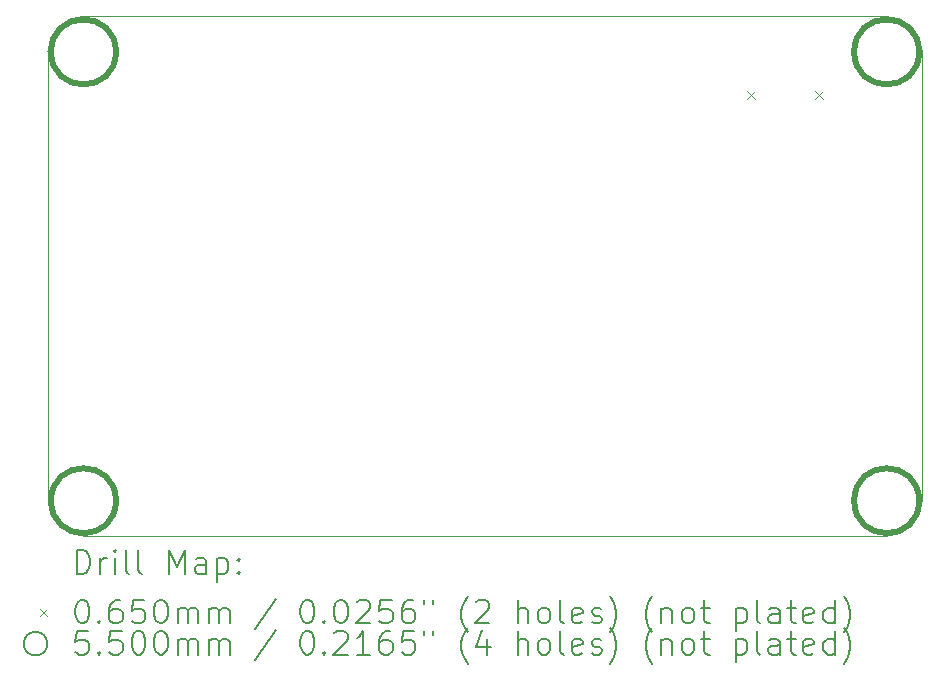
<source format=gbr>
%TF.GenerationSoftware,KiCad,Pcbnew,7.0.2-0*%
%TF.CreationDate,2023-12-31T00:12:23-06:00*%
%TF.ProjectId,spudglo_driver_v6p0,73707564-676c-46f5-9f64-72697665725f,rev?*%
%TF.SameCoordinates,Original*%
%TF.FileFunction,Drillmap*%
%TF.FilePolarity,Positive*%
%FSLAX45Y45*%
G04 Gerber Fmt 4.5, Leading zero omitted, Abs format (unit mm)*
G04 Created by KiCad (PCBNEW 7.0.2-0) date 2023-12-31 00:12:23*
%MOMM*%
%LPD*%
G01*
G04 APERTURE LIST*
%ADD10C,0.100000*%
%ADD11C,0.200000*%
%ADD12C,0.065000*%
%ADD13C,0.550000*%
G04 APERTURE END LIST*
D10*
X13958757Y-17796230D02*
G75*
G03*
X14257500Y-17495000I3J298750D01*
G01*
X14257500Y-17495000D02*
X14258728Y-13693743D01*
X14258720Y-13693743D02*
G75*
G03*
X13957500Y-13395000I-298750J3D01*
G01*
X6856620Y-17495376D02*
X6855880Y-13695349D01*
X13957500Y-13395000D02*
X7154624Y-13394120D01*
X6856620Y-17495376D02*
G75*
G03*
X7157849Y-17794119I298750J-4D01*
G01*
X7154624Y-13394120D02*
G75*
G03*
X6855880Y-13695349I0J-298754D01*
G01*
X13958757Y-17796229D02*
X7157849Y-17794120D01*
D11*
D12*
X12774500Y-14026500D02*
X12839500Y-14091500D01*
X12839500Y-14026500D02*
X12774500Y-14091500D01*
X13352500Y-14026500D02*
X13417500Y-14091500D01*
X13417500Y-14026500D02*
X13352500Y-14091500D01*
D13*
X7432081Y-13695000D02*
G75*
G03*
X7432081Y-13695000I-275000J0D01*
G01*
X7432081Y-17495000D02*
G75*
G03*
X7432081Y-17495000I-275000J0D01*
G01*
X14232081Y-13695000D02*
G75*
G03*
X14232081Y-13695000I-275000J0D01*
G01*
X14232081Y-17495000D02*
G75*
G03*
X14232081Y-17495000I-275000J0D01*
G01*
D11*
X7098489Y-18113754D02*
X7098489Y-17913754D01*
X7098489Y-17913754D02*
X7146108Y-17913754D01*
X7146108Y-17913754D02*
X7174680Y-17923278D01*
X7174680Y-17923278D02*
X7193727Y-17942326D01*
X7193727Y-17942326D02*
X7203251Y-17961373D01*
X7203251Y-17961373D02*
X7212775Y-17999468D01*
X7212775Y-17999468D02*
X7212775Y-18028040D01*
X7212775Y-18028040D02*
X7203251Y-18066135D01*
X7203251Y-18066135D02*
X7193727Y-18085183D01*
X7193727Y-18085183D02*
X7174680Y-18104230D01*
X7174680Y-18104230D02*
X7146108Y-18113754D01*
X7146108Y-18113754D02*
X7098489Y-18113754D01*
X7298489Y-18113754D02*
X7298489Y-17980421D01*
X7298489Y-18018516D02*
X7308013Y-17999468D01*
X7308013Y-17999468D02*
X7317537Y-17989945D01*
X7317537Y-17989945D02*
X7336584Y-17980421D01*
X7336584Y-17980421D02*
X7355632Y-17980421D01*
X7422299Y-18113754D02*
X7422299Y-17980421D01*
X7422299Y-17913754D02*
X7412775Y-17923278D01*
X7412775Y-17923278D02*
X7422299Y-17932802D01*
X7422299Y-17932802D02*
X7431823Y-17923278D01*
X7431823Y-17923278D02*
X7422299Y-17913754D01*
X7422299Y-17913754D02*
X7422299Y-17932802D01*
X7546108Y-18113754D02*
X7527061Y-18104230D01*
X7527061Y-18104230D02*
X7517537Y-18085183D01*
X7517537Y-18085183D02*
X7517537Y-17913754D01*
X7650870Y-18113754D02*
X7631823Y-18104230D01*
X7631823Y-18104230D02*
X7622299Y-18085183D01*
X7622299Y-18085183D02*
X7622299Y-17913754D01*
X7879442Y-18113754D02*
X7879442Y-17913754D01*
X7879442Y-17913754D02*
X7946108Y-18056611D01*
X7946108Y-18056611D02*
X8012775Y-17913754D01*
X8012775Y-17913754D02*
X8012775Y-18113754D01*
X8193727Y-18113754D02*
X8193727Y-18008992D01*
X8193727Y-18008992D02*
X8184204Y-17989945D01*
X8184204Y-17989945D02*
X8165156Y-17980421D01*
X8165156Y-17980421D02*
X8127061Y-17980421D01*
X8127061Y-17980421D02*
X8108013Y-17989945D01*
X8193727Y-18104230D02*
X8174680Y-18113754D01*
X8174680Y-18113754D02*
X8127061Y-18113754D01*
X8127061Y-18113754D02*
X8108013Y-18104230D01*
X8108013Y-18104230D02*
X8098489Y-18085183D01*
X8098489Y-18085183D02*
X8098489Y-18066135D01*
X8098489Y-18066135D02*
X8108013Y-18047087D01*
X8108013Y-18047087D02*
X8127061Y-18037564D01*
X8127061Y-18037564D02*
X8174680Y-18037564D01*
X8174680Y-18037564D02*
X8193727Y-18028040D01*
X8288965Y-17980421D02*
X8288965Y-18180421D01*
X8288965Y-17989945D02*
X8308013Y-17980421D01*
X8308013Y-17980421D02*
X8346108Y-17980421D01*
X8346108Y-17980421D02*
X8365156Y-17989945D01*
X8365156Y-17989945D02*
X8374680Y-17999468D01*
X8374680Y-17999468D02*
X8384204Y-18018516D01*
X8384204Y-18018516D02*
X8384204Y-18075659D01*
X8384204Y-18075659D02*
X8374680Y-18094706D01*
X8374680Y-18094706D02*
X8365156Y-18104230D01*
X8365156Y-18104230D02*
X8346108Y-18113754D01*
X8346108Y-18113754D02*
X8308013Y-18113754D01*
X8308013Y-18113754D02*
X8288965Y-18104230D01*
X8469918Y-18094706D02*
X8479442Y-18104230D01*
X8479442Y-18104230D02*
X8469918Y-18113754D01*
X8469918Y-18113754D02*
X8460394Y-18104230D01*
X8460394Y-18104230D02*
X8469918Y-18094706D01*
X8469918Y-18094706D02*
X8469918Y-18113754D01*
X8469918Y-17989945D02*
X8479442Y-17999468D01*
X8479442Y-17999468D02*
X8469918Y-18008992D01*
X8469918Y-18008992D02*
X8460394Y-17999468D01*
X8460394Y-17999468D02*
X8469918Y-17989945D01*
X8469918Y-17989945D02*
X8469918Y-18008992D01*
D12*
X6785870Y-18408730D02*
X6850870Y-18473730D01*
X6850870Y-18408730D02*
X6785870Y-18473730D01*
D11*
X7136584Y-18333754D02*
X7155632Y-18333754D01*
X7155632Y-18333754D02*
X7174680Y-18343278D01*
X7174680Y-18343278D02*
X7184204Y-18352802D01*
X7184204Y-18352802D02*
X7193727Y-18371849D01*
X7193727Y-18371849D02*
X7203251Y-18409945D01*
X7203251Y-18409945D02*
X7203251Y-18457564D01*
X7203251Y-18457564D02*
X7193727Y-18495659D01*
X7193727Y-18495659D02*
X7184204Y-18514706D01*
X7184204Y-18514706D02*
X7174680Y-18524230D01*
X7174680Y-18524230D02*
X7155632Y-18533754D01*
X7155632Y-18533754D02*
X7136584Y-18533754D01*
X7136584Y-18533754D02*
X7117537Y-18524230D01*
X7117537Y-18524230D02*
X7108013Y-18514706D01*
X7108013Y-18514706D02*
X7098489Y-18495659D01*
X7098489Y-18495659D02*
X7088965Y-18457564D01*
X7088965Y-18457564D02*
X7088965Y-18409945D01*
X7088965Y-18409945D02*
X7098489Y-18371849D01*
X7098489Y-18371849D02*
X7108013Y-18352802D01*
X7108013Y-18352802D02*
X7117537Y-18343278D01*
X7117537Y-18343278D02*
X7136584Y-18333754D01*
X7288965Y-18514706D02*
X7298489Y-18524230D01*
X7298489Y-18524230D02*
X7288965Y-18533754D01*
X7288965Y-18533754D02*
X7279442Y-18524230D01*
X7279442Y-18524230D02*
X7288965Y-18514706D01*
X7288965Y-18514706D02*
X7288965Y-18533754D01*
X7469918Y-18333754D02*
X7431823Y-18333754D01*
X7431823Y-18333754D02*
X7412775Y-18343278D01*
X7412775Y-18343278D02*
X7403251Y-18352802D01*
X7403251Y-18352802D02*
X7384204Y-18381373D01*
X7384204Y-18381373D02*
X7374680Y-18419468D01*
X7374680Y-18419468D02*
X7374680Y-18495659D01*
X7374680Y-18495659D02*
X7384204Y-18514706D01*
X7384204Y-18514706D02*
X7393727Y-18524230D01*
X7393727Y-18524230D02*
X7412775Y-18533754D01*
X7412775Y-18533754D02*
X7450870Y-18533754D01*
X7450870Y-18533754D02*
X7469918Y-18524230D01*
X7469918Y-18524230D02*
X7479442Y-18514706D01*
X7479442Y-18514706D02*
X7488965Y-18495659D01*
X7488965Y-18495659D02*
X7488965Y-18448040D01*
X7488965Y-18448040D02*
X7479442Y-18428992D01*
X7479442Y-18428992D02*
X7469918Y-18419468D01*
X7469918Y-18419468D02*
X7450870Y-18409945D01*
X7450870Y-18409945D02*
X7412775Y-18409945D01*
X7412775Y-18409945D02*
X7393727Y-18419468D01*
X7393727Y-18419468D02*
X7384204Y-18428992D01*
X7384204Y-18428992D02*
X7374680Y-18448040D01*
X7669918Y-18333754D02*
X7574680Y-18333754D01*
X7574680Y-18333754D02*
X7565156Y-18428992D01*
X7565156Y-18428992D02*
X7574680Y-18419468D01*
X7574680Y-18419468D02*
X7593727Y-18409945D01*
X7593727Y-18409945D02*
X7641346Y-18409945D01*
X7641346Y-18409945D02*
X7660394Y-18419468D01*
X7660394Y-18419468D02*
X7669918Y-18428992D01*
X7669918Y-18428992D02*
X7679442Y-18448040D01*
X7679442Y-18448040D02*
X7679442Y-18495659D01*
X7679442Y-18495659D02*
X7669918Y-18514706D01*
X7669918Y-18514706D02*
X7660394Y-18524230D01*
X7660394Y-18524230D02*
X7641346Y-18533754D01*
X7641346Y-18533754D02*
X7593727Y-18533754D01*
X7593727Y-18533754D02*
X7574680Y-18524230D01*
X7574680Y-18524230D02*
X7565156Y-18514706D01*
X7803251Y-18333754D02*
X7822299Y-18333754D01*
X7822299Y-18333754D02*
X7841346Y-18343278D01*
X7841346Y-18343278D02*
X7850870Y-18352802D01*
X7850870Y-18352802D02*
X7860394Y-18371849D01*
X7860394Y-18371849D02*
X7869918Y-18409945D01*
X7869918Y-18409945D02*
X7869918Y-18457564D01*
X7869918Y-18457564D02*
X7860394Y-18495659D01*
X7860394Y-18495659D02*
X7850870Y-18514706D01*
X7850870Y-18514706D02*
X7841346Y-18524230D01*
X7841346Y-18524230D02*
X7822299Y-18533754D01*
X7822299Y-18533754D02*
X7803251Y-18533754D01*
X7803251Y-18533754D02*
X7784204Y-18524230D01*
X7784204Y-18524230D02*
X7774680Y-18514706D01*
X7774680Y-18514706D02*
X7765156Y-18495659D01*
X7765156Y-18495659D02*
X7755632Y-18457564D01*
X7755632Y-18457564D02*
X7755632Y-18409945D01*
X7755632Y-18409945D02*
X7765156Y-18371849D01*
X7765156Y-18371849D02*
X7774680Y-18352802D01*
X7774680Y-18352802D02*
X7784204Y-18343278D01*
X7784204Y-18343278D02*
X7803251Y-18333754D01*
X7955632Y-18533754D02*
X7955632Y-18400421D01*
X7955632Y-18419468D02*
X7965156Y-18409945D01*
X7965156Y-18409945D02*
X7984204Y-18400421D01*
X7984204Y-18400421D02*
X8012775Y-18400421D01*
X8012775Y-18400421D02*
X8031823Y-18409945D01*
X8031823Y-18409945D02*
X8041346Y-18428992D01*
X8041346Y-18428992D02*
X8041346Y-18533754D01*
X8041346Y-18428992D02*
X8050870Y-18409945D01*
X8050870Y-18409945D02*
X8069918Y-18400421D01*
X8069918Y-18400421D02*
X8098489Y-18400421D01*
X8098489Y-18400421D02*
X8117537Y-18409945D01*
X8117537Y-18409945D02*
X8127061Y-18428992D01*
X8127061Y-18428992D02*
X8127061Y-18533754D01*
X8222299Y-18533754D02*
X8222299Y-18400421D01*
X8222299Y-18419468D02*
X8231823Y-18409945D01*
X8231823Y-18409945D02*
X8250870Y-18400421D01*
X8250870Y-18400421D02*
X8279442Y-18400421D01*
X8279442Y-18400421D02*
X8298489Y-18409945D01*
X8298489Y-18409945D02*
X8308013Y-18428992D01*
X8308013Y-18428992D02*
X8308013Y-18533754D01*
X8308013Y-18428992D02*
X8317537Y-18409945D01*
X8317537Y-18409945D02*
X8336585Y-18400421D01*
X8336585Y-18400421D02*
X8365156Y-18400421D01*
X8365156Y-18400421D02*
X8384204Y-18409945D01*
X8384204Y-18409945D02*
X8393728Y-18428992D01*
X8393728Y-18428992D02*
X8393728Y-18533754D01*
X8784204Y-18324230D02*
X8612775Y-18581373D01*
X9041347Y-18333754D02*
X9060394Y-18333754D01*
X9060394Y-18333754D02*
X9079442Y-18343278D01*
X9079442Y-18343278D02*
X9088966Y-18352802D01*
X9088966Y-18352802D02*
X9098490Y-18371849D01*
X9098490Y-18371849D02*
X9108013Y-18409945D01*
X9108013Y-18409945D02*
X9108013Y-18457564D01*
X9108013Y-18457564D02*
X9098490Y-18495659D01*
X9098490Y-18495659D02*
X9088966Y-18514706D01*
X9088966Y-18514706D02*
X9079442Y-18524230D01*
X9079442Y-18524230D02*
X9060394Y-18533754D01*
X9060394Y-18533754D02*
X9041347Y-18533754D01*
X9041347Y-18533754D02*
X9022299Y-18524230D01*
X9022299Y-18524230D02*
X9012775Y-18514706D01*
X9012775Y-18514706D02*
X9003251Y-18495659D01*
X9003251Y-18495659D02*
X8993728Y-18457564D01*
X8993728Y-18457564D02*
X8993728Y-18409945D01*
X8993728Y-18409945D02*
X9003251Y-18371849D01*
X9003251Y-18371849D02*
X9012775Y-18352802D01*
X9012775Y-18352802D02*
X9022299Y-18343278D01*
X9022299Y-18343278D02*
X9041347Y-18333754D01*
X9193728Y-18514706D02*
X9203251Y-18524230D01*
X9203251Y-18524230D02*
X9193728Y-18533754D01*
X9193728Y-18533754D02*
X9184204Y-18524230D01*
X9184204Y-18524230D02*
X9193728Y-18514706D01*
X9193728Y-18514706D02*
X9193728Y-18533754D01*
X9327061Y-18333754D02*
X9346109Y-18333754D01*
X9346109Y-18333754D02*
X9365156Y-18343278D01*
X9365156Y-18343278D02*
X9374680Y-18352802D01*
X9374680Y-18352802D02*
X9384204Y-18371849D01*
X9384204Y-18371849D02*
X9393728Y-18409945D01*
X9393728Y-18409945D02*
X9393728Y-18457564D01*
X9393728Y-18457564D02*
X9384204Y-18495659D01*
X9384204Y-18495659D02*
X9374680Y-18514706D01*
X9374680Y-18514706D02*
X9365156Y-18524230D01*
X9365156Y-18524230D02*
X9346109Y-18533754D01*
X9346109Y-18533754D02*
X9327061Y-18533754D01*
X9327061Y-18533754D02*
X9308013Y-18524230D01*
X9308013Y-18524230D02*
X9298490Y-18514706D01*
X9298490Y-18514706D02*
X9288966Y-18495659D01*
X9288966Y-18495659D02*
X9279442Y-18457564D01*
X9279442Y-18457564D02*
X9279442Y-18409945D01*
X9279442Y-18409945D02*
X9288966Y-18371849D01*
X9288966Y-18371849D02*
X9298490Y-18352802D01*
X9298490Y-18352802D02*
X9308013Y-18343278D01*
X9308013Y-18343278D02*
X9327061Y-18333754D01*
X9469918Y-18352802D02*
X9479442Y-18343278D01*
X9479442Y-18343278D02*
X9498490Y-18333754D01*
X9498490Y-18333754D02*
X9546109Y-18333754D01*
X9546109Y-18333754D02*
X9565156Y-18343278D01*
X9565156Y-18343278D02*
X9574680Y-18352802D01*
X9574680Y-18352802D02*
X9584204Y-18371849D01*
X9584204Y-18371849D02*
X9584204Y-18390897D01*
X9584204Y-18390897D02*
X9574680Y-18419468D01*
X9574680Y-18419468D02*
X9460394Y-18533754D01*
X9460394Y-18533754D02*
X9584204Y-18533754D01*
X9765156Y-18333754D02*
X9669918Y-18333754D01*
X9669918Y-18333754D02*
X9660394Y-18428992D01*
X9660394Y-18428992D02*
X9669918Y-18419468D01*
X9669918Y-18419468D02*
X9688966Y-18409945D01*
X9688966Y-18409945D02*
X9736585Y-18409945D01*
X9736585Y-18409945D02*
X9755632Y-18419468D01*
X9755632Y-18419468D02*
X9765156Y-18428992D01*
X9765156Y-18428992D02*
X9774680Y-18448040D01*
X9774680Y-18448040D02*
X9774680Y-18495659D01*
X9774680Y-18495659D02*
X9765156Y-18514706D01*
X9765156Y-18514706D02*
X9755632Y-18524230D01*
X9755632Y-18524230D02*
X9736585Y-18533754D01*
X9736585Y-18533754D02*
X9688966Y-18533754D01*
X9688966Y-18533754D02*
X9669918Y-18524230D01*
X9669918Y-18524230D02*
X9660394Y-18514706D01*
X9946109Y-18333754D02*
X9908013Y-18333754D01*
X9908013Y-18333754D02*
X9888966Y-18343278D01*
X9888966Y-18343278D02*
X9879442Y-18352802D01*
X9879442Y-18352802D02*
X9860394Y-18381373D01*
X9860394Y-18381373D02*
X9850871Y-18419468D01*
X9850871Y-18419468D02*
X9850871Y-18495659D01*
X9850871Y-18495659D02*
X9860394Y-18514706D01*
X9860394Y-18514706D02*
X9869918Y-18524230D01*
X9869918Y-18524230D02*
X9888966Y-18533754D01*
X9888966Y-18533754D02*
X9927061Y-18533754D01*
X9927061Y-18533754D02*
X9946109Y-18524230D01*
X9946109Y-18524230D02*
X9955632Y-18514706D01*
X9955632Y-18514706D02*
X9965156Y-18495659D01*
X9965156Y-18495659D02*
X9965156Y-18448040D01*
X9965156Y-18448040D02*
X9955632Y-18428992D01*
X9955632Y-18428992D02*
X9946109Y-18419468D01*
X9946109Y-18419468D02*
X9927061Y-18409945D01*
X9927061Y-18409945D02*
X9888966Y-18409945D01*
X9888966Y-18409945D02*
X9869918Y-18419468D01*
X9869918Y-18419468D02*
X9860394Y-18428992D01*
X9860394Y-18428992D02*
X9850871Y-18448040D01*
X10041347Y-18333754D02*
X10041347Y-18371849D01*
X10117537Y-18333754D02*
X10117537Y-18371849D01*
X10412775Y-18609945D02*
X10403252Y-18600421D01*
X10403252Y-18600421D02*
X10384204Y-18571849D01*
X10384204Y-18571849D02*
X10374680Y-18552802D01*
X10374680Y-18552802D02*
X10365156Y-18524230D01*
X10365156Y-18524230D02*
X10355633Y-18476611D01*
X10355633Y-18476611D02*
X10355633Y-18438516D01*
X10355633Y-18438516D02*
X10365156Y-18390897D01*
X10365156Y-18390897D02*
X10374680Y-18362326D01*
X10374680Y-18362326D02*
X10384204Y-18343278D01*
X10384204Y-18343278D02*
X10403252Y-18314706D01*
X10403252Y-18314706D02*
X10412775Y-18305183D01*
X10479442Y-18352802D02*
X10488966Y-18343278D01*
X10488966Y-18343278D02*
X10508013Y-18333754D01*
X10508013Y-18333754D02*
X10555633Y-18333754D01*
X10555633Y-18333754D02*
X10574680Y-18343278D01*
X10574680Y-18343278D02*
X10584204Y-18352802D01*
X10584204Y-18352802D02*
X10593728Y-18371849D01*
X10593728Y-18371849D02*
X10593728Y-18390897D01*
X10593728Y-18390897D02*
X10584204Y-18419468D01*
X10584204Y-18419468D02*
X10469918Y-18533754D01*
X10469918Y-18533754D02*
X10593728Y-18533754D01*
X10831823Y-18533754D02*
X10831823Y-18333754D01*
X10917537Y-18533754D02*
X10917537Y-18428992D01*
X10917537Y-18428992D02*
X10908014Y-18409945D01*
X10908014Y-18409945D02*
X10888966Y-18400421D01*
X10888966Y-18400421D02*
X10860394Y-18400421D01*
X10860394Y-18400421D02*
X10841347Y-18409945D01*
X10841347Y-18409945D02*
X10831823Y-18419468D01*
X11041347Y-18533754D02*
X11022299Y-18524230D01*
X11022299Y-18524230D02*
X11012775Y-18514706D01*
X11012775Y-18514706D02*
X11003252Y-18495659D01*
X11003252Y-18495659D02*
X11003252Y-18438516D01*
X11003252Y-18438516D02*
X11012775Y-18419468D01*
X11012775Y-18419468D02*
X11022299Y-18409945D01*
X11022299Y-18409945D02*
X11041347Y-18400421D01*
X11041347Y-18400421D02*
X11069918Y-18400421D01*
X11069918Y-18400421D02*
X11088966Y-18409945D01*
X11088966Y-18409945D02*
X11098490Y-18419468D01*
X11098490Y-18419468D02*
X11108014Y-18438516D01*
X11108014Y-18438516D02*
X11108014Y-18495659D01*
X11108014Y-18495659D02*
X11098490Y-18514706D01*
X11098490Y-18514706D02*
X11088966Y-18524230D01*
X11088966Y-18524230D02*
X11069918Y-18533754D01*
X11069918Y-18533754D02*
X11041347Y-18533754D01*
X11222299Y-18533754D02*
X11203252Y-18524230D01*
X11203252Y-18524230D02*
X11193728Y-18505183D01*
X11193728Y-18505183D02*
X11193728Y-18333754D01*
X11374680Y-18524230D02*
X11355633Y-18533754D01*
X11355633Y-18533754D02*
X11317537Y-18533754D01*
X11317537Y-18533754D02*
X11298490Y-18524230D01*
X11298490Y-18524230D02*
X11288966Y-18505183D01*
X11288966Y-18505183D02*
X11288966Y-18428992D01*
X11288966Y-18428992D02*
X11298490Y-18409945D01*
X11298490Y-18409945D02*
X11317537Y-18400421D01*
X11317537Y-18400421D02*
X11355633Y-18400421D01*
X11355633Y-18400421D02*
X11374680Y-18409945D01*
X11374680Y-18409945D02*
X11384204Y-18428992D01*
X11384204Y-18428992D02*
X11384204Y-18448040D01*
X11384204Y-18448040D02*
X11288966Y-18467087D01*
X11460394Y-18524230D02*
X11479442Y-18533754D01*
X11479442Y-18533754D02*
X11517537Y-18533754D01*
X11517537Y-18533754D02*
X11536585Y-18524230D01*
X11536585Y-18524230D02*
X11546109Y-18505183D01*
X11546109Y-18505183D02*
X11546109Y-18495659D01*
X11546109Y-18495659D02*
X11536585Y-18476611D01*
X11536585Y-18476611D02*
X11517537Y-18467087D01*
X11517537Y-18467087D02*
X11488966Y-18467087D01*
X11488966Y-18467087D02*
X11469918Y-18457564D01*
X11469918Y-18457564D02*
X11460394Y-18438516D01*
X11460394Y-18438516D02*
X11460394Y-18428992D01*
X11460394Y-18428992D02*
X11469918Y-18409945D01*
X11469918Y-18409945D02*
X11488966Y-18400421D01*
X11488966Y-18400421D02*
X11517537Y-18400421D01*
X11517537Y-18400421D02*
X11536585Y-18409945D01*
X11612775Y-18609945D02*
X11622299Y-18600421D01*
X11622299Y-18600421D02*
X11641347Y-18571849D01*
X11641347Y-18571849D02*
X11650871Y-18552802D01*
X11650871Y-18552802D02*
X11660394Y-18524230D01*
X11660394Y-18524230D02*
X11669918Y-18476611D01*
X11669918Y-18476611D02*
X11669918Y-18438516D01*
X11669918Y-18438516D02*
X11660394Y-18390897D01*
X11660394Y-18390897D02*
X11650871Y-18362326D01*
X11650871Y-18362326D02*
X11641347Y-18343278D01*
X11641347Y-18343278D02*
X11622299Y-18314706D01*
X11622299Y-18314706D02*
X11612775Y-18305183D01*
X11974680Y-18609945D02*
X11965156Y-18600421D01*
X11965156Y-18600421D02*
X11946109Y-18571849D01*
X11946109Y-18571849D02*
X11936585Y-18552802D01*
X11936585Y-18552802D02*
X11927061Y-18524230D01*
X11927061Y-18524230D02*
X11917537Y-18476611D01*
X11917537Y-18476611D02*
X11917537Y-18438516D01*
X11917537Y-18438516D02*
X11927061Y-18390897D01*
X11927061Y-18390897D02*
X11936585Y-18362326D01*
X11936585Y-18362326D02*
X11946109Y-18343278D01*
X11946109Y-18343278D02*
X11965156Y-18314706D01*
X11965156Y-18314706D02*
X11974680Y-18305183D01*
X12050871Y-18400421D02*
X12050871Y-18533754D01*
X12050871Y-18419468D02*
X12060394Y-18409945D01*
X12060394Y-18409945D02*
X12079442Y-18400421D01*
X12079442Y-18400421D02*
X12108014Y-18400421D01*
X12108014Y-18400421D02*
X12127061Y-18409945D01*
X12127061Y-18409945D02*
X12136585Y-18428992D01*
X12136585Y-18428992D02*
X12136585Y-18533754D01*
X12260394Y-18533754D02*
X12241347Y-18524230D01*
X12241347Y-18524230D02*
X12231823Y-18514706D01*
X12231823Y-18514706D02*
X12222299Y-18495659D01*
X12222299Y-18495659D02*
X12222299Y-18438516D01*
X12222299Y-18438516D02*
X12231823Y-18419468D01*
X12231823Y-18419468D02*
X12241347Y-18409945D01*
X12241347Y-18409945D02*
X12260394Y-18400421D01*
X12260394Y-18400421D02*
X12288966Y-18400421D01*
X12288966Y-18400421D02*
X12308014Y-18409945D01*
X12308014Y-18409945D02*
X12317537Y-18419468D01*
X12317537Y-18419468D02*
X12327061Y-18438516D01*
X12327061Y-18438516D02*
X12327061Y-18495659D01*
X12327061Y-18495659D02*
X12317537Y-18514706D01*
X12317537Y-18514706D02*
X12308014Y-18524230D01*
X12308014Y-18524230D02*
X12288966Y-18533754D01*
X12288966Y-18533754D02*
X12260394Y-18533754D01*
X12384204Y-18400421D02*
X12460394Y-18400421D01*
X12412775Y-18333754D02*
X12412775Y-18505183D01*
X12412775Y-18505183D02*
X12422299Y-18524230D01*
X12422299Y-18524230D02*
X12441347Y-18533754D01*
X12441347Y-18533754D02*
X12460394Y-18533754D01*
X12679442Y-18400421D02*
X12679442Y-18600421D01*
X12679442Y-18409945D02*
X12698490Y-18400421D01*
X12698490Y-18400421D02*
X12736585Y-18400421D01*
X12736585Y-18400421D02*
X12755633Y-18409945D01*
X12755633Y-18409945D02*
X12765156Y-18419468D01*
X12765156Y-18419468D02*
X12774680Y-18438516D01*
X12774680Y-18438516D02*
X12774680Y-18495659D01*
X12774680Y-18495659D02*
X12765156Y-18514706D01*
X12765156Y-18514706D02*
X12755633Y-18524230D01*
X12755633Y-18524230D02*
X12736585Y-18533754D01*
X12736585Y-18533754D02*
X12698490Y-18533754D01*
X12698490Y-18533754D02*
X12679442Y-18524230D01*
X12888966Y-18533754D02*
X12869918Y-18524230D01*
X12869918Y-18524230D02*
X12860395Y-18505183D01*
X12860395Y-18505183D02*
X12860395Y-18333754D01*
X13050871Y-18533754D02*
X13050871Y-18428992D01*
X13050871Y-18428992D02*
X13041347Y-18409945D01*
X13041347Y-18409945D02*
X13022299Y-18400421D01*
X13022299Y-18400421D02*
X12984204Y-18400421D01*
X12984204Y-18400421D02*
X12965156Y-18409945D01*
X13050871Y-18524230D02*
X13031823Y-18533754D01*
X13031823Y-18533754D02*
X12984204Y-18533754D01*
X12984204Y-18533754D02*
X12965156Y-18524230D01*
X12965156Y-18524230D02*
X12955633Y-18505183D01*
X12955633Y-18505183D02*
X12955633Y-18486135D01*
X12955633Y-18486135D02*
X12965156Y-18467087D01*
X12965156Y-18467087D02*
X12984204Y-18457564D01*
X12984204Y-18457564D02*
X13031823Y-18457564D01*
X13031823Y-18457564D02*
X13050871Y-18448040D01*
X13117537Y-18400421D02*
X13193728Y-18400421D01*
X13146109Y-18333754D02*
X13146109Y-18505183D01*
X13146109Y-18505183D02*
X13155633Y-18524230D01*
X13155633Y-18524230D02*
X13174680Y-18533754D01*
X13174680Y-18533754D02*
X13193728Y-18533754D01*
X13336585Y-18524230D02*
X13317537Y-18533754D01*
X13317537Y-18533754D02*
X13279442Y-18533754D01*
X13279442Y-18533754D02*
X13260395Y-18524230D01*
X13260395Y-18524230D02*
X13250871Y-18505183D01*
X13250871Y-18505183D02*
X13250871Y-18428992D01*
X13250871Y-18428992D02*
X13260395Y-18409945D01*
X13260395Y-18409945D02*
X13279442Y-18400421D01*
X13279442Y-18400421D02*
X13317537Y-18400421D01*
X13317537Y-18400421D02*
X13336585Y-18409945D01*
X13336585Y-18409945D02*
X13346109Y-18428992D01*
X13346109Y-18428992D02*
X13346109Y-18448040D01*
X13346109Y-18448040D02*
X13250871Y-18467087D01*
X13517537Y-18533754D02*
X13517537Y-18333754D01*
X13517537Y-18524230D02*
X13498490Y-18533754D01*
X13498490Y-18533754D02*
X13460395Y-18533754D01*
X13460395Y-18533754D02*
X13441347Y-18524230D01*
X13441347Y-18524230D02*
X13431823Y-18514706D01*
X13431823Y-18514706D02*
X13422299Y-18495659D01*
X13422299Y-18495659D02*
X13422299Y-18438516D01*
X13422299Y-18438516D02*
X13431823Y-18419468D01*
X13431823Y-18419468D02*
X13441347Y-18409945D01*
X13441347Y-18409945D02*
X13460395Y-18400421D01*
X13460395Y-18400421D02*
X13498490Y-18400421D01*
X13498490Y-18400421D02*
X13517537Y-18409945D01*
X13593728Y-18609945D02*
X13603252Y-18600421D01*
X13603252Y-18600421D02*
X13622299Y-18571849D01*
X13622299Y-18571849D02*
X13631823Y-18552802D01*
X13631823Y-18552802D02*
X13641347Y-18524230D01*
X13641347Y-18524230D02*
X13650871Y-18476611D01*
X13650871Y-18476611D02*
X13650871Y-18438516D01*
X13650871Y-18438516D02*
X13641347Y-18390897D01*
X13641347Y-18390897D02*
X13631823Y-18362326D01*
X13631823Y-18362326D02*
X13622299Y-18343278D01*
X13622299Y-18343278D02*
X13603252Y-18314706D01*
X13603252Y-18314706D02*
X13593728Y-18305183D01*
X6850870Y-18705230D02*
G75*
G03*
X6850870Y-18705230I-100000J0D01*
G01*
X7193727Y-18597754D02*
X7098489Y-18597754D01*
X7098489Y-18597754D02*
X7088965Y-18692992D01*
X7088965Y-18692992D02*
X7098489Y-18683468D01*
X7098489Y-18683468D02*
X7117537Y-18673945D01*
X7117537Y-18673945D02*
X7165156Y-18673945D01*
X7165156Y-18673945D02*
X7184204Y-18683468D01*
X7184204Y-18683468D02*
X7193727Y-18692992D01*
X7193727Y-18692992D02*
X7203251Y-18712040D01*
X7203251Y-18712040D02*
X7203251Y-18759659D01*
X7203251Y-18759659D02*
X7193727Y-18778706D01*
X7193727Y-18778706D02*
X7184204Y-18788230D01*
X7184204Y-18788230D02*
X7165156Y-18797754D01*
X7165156Y-18797754D02*
X7117537Y-18797754D01*
X7117537Y-18797754D02*
X7098489Y-18788230D01*
X7098489Y-18788230D02*
X7088965Y-18778706D01*
X7288965Y-18778706D02*
X7298489Y-18788230D01*
X7298489Y-18788230D02*
X7288965Y-18797754D01*
X7288965Y-18797754D02*
X7279442Y-18788230D01*
X7279442Y-18788230D02*
X7288965Y-18778706D01*
X7288965Y-18778706D02*
X7288965Y-18797754D01*
X7479442Y-18597754D02*
X7384204Y-18597754D01*
X7384204Y-18597754D02*
X7374680Y-18692992D01*
X7374680Y-18692992D02*
X7384204Y-18683468D01*
X7384204Y-18683468D02*
X7403251Y-18673945D01*
X7403251Y-18673945D02*
X7450870Y-18673945D01*
X7450870Y-18673945D02*
X7469918Y-18683468D01*
X7469918Y-18683468D02*
X7479442Y-18692992D01*
X7479442Y-18692992D02*
X7488965Y-18712040D01*
X7488965Y-18712040D02*
X7488965Y-18759659D01*
X7488965Y-18759659D02*
X7479442Y-18778706D01*
X7479442Y-18778706D02*
X7469918Y-18788230D01*
X7469918Y-18788230D02*
X7450870Y-18797754D01*
X7450870Y-18797754D02*
X7403251Y-18797754D01*
X7403251Y-18797754D02*
X7384204Y-18788230D01*
X7384204Y-18788230D02*
X7374680Y-18778706D01*
X7612775Y-18597754D02*
X7631823Y-18597754D01*
X7631823Y-18597754D02*
X7650870Y-18607278D01*
X7650870Y-18607278D02*
X7660394Y-18616802D01*
X7660394Y-18616802D02*
X7669918Y-18635849D01*
X7669918Y-18635849D02*
X7679442Y-18673945D01*
X7679442Y-18673945D02*
X7679442Y-18721564D01*
X7679442Y-18721564D02*
X7669918Y-18759659D01*
X7669918Y-18759659D02*
X7660394Y-18778706D01*
X7660394Y-18778706D02*
X7650870Y-18788230D01*
X7650870Y-18788230D02*
X7631823Y-18797754D01*
X7631823Y-18797754D02*
X7612775Y-18797754D01*
X7612775Y-18797754D02*
X7593727Y-18788230D01*
X7593727Y-18788230D02*
X7584204Y-18778706D01*
X7584204Y-18778706D02*
X7574680Y-18759659D01*
X7574680Y-18759659D02*
X7565156Y-18721564D01*
X7565156Y-18721564D02*
X7565156Y-18673945D01*
X7565156Y-18673945D02*
X7574680Y-18635849D01*
X7574680Y-18635849D02*
X7584204Y-18616802D01*
X7584204Y-18616802D02*
X7593727Y-18607278D01*
X7593727Y-18607278D02*
X7612775Y-18597754D01*
X7803251Y-18597754D02*
X7822299Y-18597754D01*
X7822299Y-18597754D02*
X7841346Y-18607278D01*
X7841346Y-18607278D02*
X7850870Y-18616802D01*
X7850870Y-18616802D02*
X7860394Y-18635849D01*
X7860394Y-18635849D02*
X7869918Y-18673945D01*
X7869918Y-18673945D02*
X7869918Y-18721564D01*
X7869918Y-18721564D02*
X7860394Y-18759659D01*
X7860394Y-18759659D02*
X7850870Y-18778706D01*
X7850870Y-18778706D02*
X7841346Y-18788230D01*
X7841346Y-18788230D02*
X7822299Y-18797754D01*
X7822299Y-18797754D02*
X7803251Y-18797754D01*
X7803251Y-18797754D02*
X7784204Y-18788230D01*
X7784204Y-18788230D02*
X7774680Y-18778706D01*
X7774680Y-18778706D02*
X7765156Y-18759659D01*
X7765156Y-18759659D02*
X7755632Y-18721564D01*
X7755632Y-18721564D02*
X7755632Y-18673945D01*
X7755632Y-18673945D02*
X7765156Y-18635849D01*
X7765156Y-18635849D02*
X7774680Y-18616802D01*
X7774680Y-18616802D02*
X7784204Y-18607278D01*
X7784204Y-18607278D02*
X7803251Y-18597754D01*
X7955632Y-18797754D02*
X7955632Y-18664421D01*
X7955632Y-18683468D02*
X7965156Y-18673945D01*
X7965156Y-18673945D02*
X7984204Y-18664421D01*
X7984204Y-18664421D02*
X8012775Y-18664421D01*
X8012775Y-18664421D02*
X8031823Y-18673945D01*
X8031823Y-18673945D02*
X8041346Y-18692992D01*
X8041346Y-18692992D02*
X8041346Y-18797754D01*
X8041346Y-18692992D02*
X8050870Y-18673945D01*
X8050870Y-18673945D02*
X8069918Y-18664421D01*
X8069918Y-18664421D02*
X8098489Y-18664421D01*
X8098489Y-18664421D02*
X8117537Y-18673945D01*
X8117537Y-18673945D02*
X8127061Y-18692992D01*
X8127061Y-18692992D02*
X8127061Y-18797754D01*
X8222299Y-18797754D02*
X8222299Y-18664421D01*
X8222299Y-18683468D02*
X8231823Y-18673945D01*
X8231823Y-18673945D02*
X8250870Y-18664421D01*
X8250870Y-18664421D02*
X8279442Y-18664421D01*
X8279442Y-18664421D02*
X8298489Y-18673945D01*
X8298489Y-18673945D02*
X8308013Y-18692992D01*
X8308013Y-18692992D02*
X8308013Y-18797754D01*
X8308013Y-18692992D02*
X8317537Y-18673945D01*
X8317537Y-18673945D02*
X8336585Y-18664421D01*
X8336585Y-18664421D02*
X8365156Y-18664421D01*
X8365156Y-18664421D02*
X8384204Y-18673945D01*
X8384204Y-18673945D02*
X8393728Y-18692992D01*
X8393728Y-18692992D02*
X8393728Y-18797754D01*
X8784204Y-18588230D02*
X8612775Y-18845373D01*
X9041347Y-18597754D02*
X9060394Y-18597754D01*
X9060394Y-18597754D02*
X9079442Y-18607278D01*
X9079442Y-18607278D02*
X9088966Y-18616802D01*
X9088966Y-18616802D02*
X9098490Y-18635849D01*
X9098490Y-18635849D02*
X9108013Y-18673945D01*
X9108013Y-18673945D02*
X9108013Y-18721564D01*
X9108013Y-18721564D02*
X9098490Y-18759659D01*
X9098490Y-18759659D02*
X9088966Y-18778706D01*
X9088966Y-18778706D02*
X9079442Y-18788230D01*
X9079442Y-18788230D02*
X9060394Y-18797754D01*
X9060394Y-18797754D02*
X9041347Y-18797754D01*
X9041347Y-18797754D02*
X9022299Y-18788230D01*
X9022299Y-18788230D02*
X9012775Y-18778706D01*
X9012775Y-18778706D02*
X9003251Y-18759659D01*
X9003251Y-18759659D02*
X8993728Y-18721564D01*
X8993728Y-18721564D02*
X8993728Y-18673945D01*
X8993728Y-18673945D02*
X9003251Y-18635849D01*
X9003251Y-18635849D02*
X9012775Y-18616802D01*
X9012775Y-18616802D02*
X9022299Y-18607278D01*
X9022299Y-18607278D02*
X9041347Y-18597754D01*
X9193728Y-18778706D02*
X9203251Y-18788230D01*
X9203251Y-18788230D02*
X9193728Y-18797754D01*
X9193728Y-18797754D02*
X9184204Y-18788230D01*
X9184204Y-18788230D02*
X9193728Y-18778706D01*
X9193728Y-18778706D02*
X9193728Y-18797754D01*
X9279442Y-18616802D02*
X9288966Y-18607278D01*
X9288966Y-18607278D02*
X9308013Y-18597754D01*
X9308013Y-18597754D02*
X9355632Y-18597754D01*
X9355632Y-18597754D02*
X9374680Y-18607278D01*
X9374680Y-18607278D02*
X9384204Y-18616802D01*
X9384204Y-18616802D02*
X9393728Y-18635849D01*
X9393728Y-18635849D02*
X9393728Y-18654897D01*
X9393728Y-18654897D02*
X9384204Y-18683468D01*
X9384204Y-18683468D02*
X9269918Y-18797754D01*
X9269918Y-18797754D02*
X9393728Y-18797754D01*
X9584204Y-18797754D02*
X9469918Y-18797754D01*
X9527061Y-18797754D02*
X9527061Y-18597754D01*
X9527061Y-18597754D02*
X9508013Y-18626326D01*
X9508013Y-18626326D02*
X9488966Y-18645373D01*
X9488966Y-18645373D02*
X9469918Y-18654897D01*
X9755632Y-18597754D02*
X9717537Y-18597754D01*
X9717537Y-18597754D02*
X9698490Y-18607278D01*
X9698490Y-18607278D02*
X9688966Y-18616802D01*
X9688966Y-18616802D02*
X9669918Y-18645373D01*
X9669918Y-18645373D02*
X9660394Y-18683468D01*
X9660394Y-18683468D02*
X9660394Y-18759659D01*
X9660394Y-18759659D02*
X9669918Y-18778706D01*
X9669918Y-18778706D02*
X9679442Y-18788230D01*
X9679442Y-18788230D02*
X9698490Y-18797754D01*
X9698490Y-18797754D02*
X9736585Y-18797754D01*
X9736585Y-18797754D02*
X9755632Y-18788230D01*
X9755632Y-18788230D02*
X9765156Y-18778706D01*
X9765156Y-18778706D02*
X9774680Y-18759659D01*
X9774680Y-18759659D02*
X9774680Y-18712040D01*
X9774680Y-18712040D02*
X9765156Y-18692992D01*
X9765156Y-18692992D02*
X9755632Y-18683468D01*
X9755632Y-18683468D02*
X9736585Y-18673945D01*
X9736585Y-18673945D02*
X9698490Y-18673945D01*
X9698490Y-18673945D02*
X9679442Y-18683468D01*
X9679442Y-18683468D02*
X9669918Y-18692992D01*
X9669918Y-18692992D02*
X9660394Y-18712040D01*
X9955632Y-18597754D02*
X9860394Y-18597754D01*
X9860394Y-18597754D02*
X9850871Y-18692992D01*
X9850871Y-18692992D02*
X9860394Y-18683468D01*
X9860394Y-18683468D02*
X9879442Y-18673945D01*
X9879442Y-18673945D02*
X9927061Y-18673945D01*
X9927061Y-18673945D02*
X9946109Y-18683468D01*
X9946109Y-18683468D02*
X9955632Y-18692992D01*
X9955632Y-18692992D02*
X9965156Y-18712040D01*
X9965156Y-18712040D02*
X9965156Y-18759659D01*
X9965156Y-18759659D02*
X9955632Y-18778706D01*
X9955632Y-18778706D02*
X9946109Y-18788230D01*
X9946109Y-18788230D02*
X9927061Y-18797754D01*
X9927061Y-18797754D02*
X9879442Y-18797754D01*
X9879442Y-18797754D02*
X9860394Y-18788230D01*
X9860394Y-18788230D02*
X9850871Y-18778706D01*
X10041347Y-18597754D02*
X10041347Y-18635849D01*
X10117537Y-18597754D02*
X10117537Y-18635849D01*
X10412775Y-18873945D02*
X10403252Y-18864421D01*
X10403252Y-18864421D02*
X10384204Y-18835849D01*
X10384204Y-18835849D02*
X10374680Y-18816802D01*
X10374680Y-18816802D02*
X10365156Y-18788230D01*
X10365156Y-18788230D02*
X10355633Y-18740611D01*
X10355633Y-18740611D02*
X10355633Y-18702516D01*
X10355633Y-18702516D02*
X10365156Y-18654897D01*
X10365156Y-18654897D02*
X10374680Y-18626326D01*
X10374680Y-18626326D02*
X10384204Y-18607278D01*
X10384204Y-18607278D02*
X10403252Y-18578706D01*
X10403252Y-18578706D02*
X10412775Y-18569183D01*
X10574680Y-18664421D02*
X10574680Y-18797754D01*
X10527061Y-18588230D02*
X10479442Y-18731087D01*
X10479442Y-18731087D02*
X10603252Y-18731087D01*
X10831823Y-18797754D02*
X10831823Y-18597754D01*
X10917537Y-18797754D02*
X10917537Y-18692992D01*
X10917537Y-18692992D02*
X10908014Y-18673945D01*
X10908014Y-18673945D02*
X10888966Y-18664421D01*
X10888966Y-18664421D02*
X10860394Y-18664421D01*
X10860394Y-18664421D02*
X10841347Y-18673945D01*
X10841347Y-18673945D02*
X10831823Y-18683468D01*
X11041347Y-18797754D02*
X11022299Y-18788230D01*
X11022299Y-18788230D02*
X11012775Y-18778706D01*
X11012775Y-18778706D02*
X11003252Y-18759659D01*
X11003252Y-18759659D02*
X11003252Y-18702516D01*
X11003252Y-18702516D02*
X11012775Y-18683468D01*
X11012775Y-18683468D02*
X11022299Y-18673945D01*
X11022299Y-18673945D02*
X11041347Y-18664421D01*
X11041347Y-18664421D02*
X11069918Y-18664421D01*
X11069918Y-18664421D02*
X11088966Y-18673945D01*
X11088966Y-18673945D02*
X11098490Y-18683468D01*
X11098490Y-18683468D02*
X11108014Y-18702516D01*
X11108014Y-18702516D02*
X11108014Y-18759659D01*
X11108014Y-18759659D02*
X11098490Y-18778706D01*
X11098490Y-18778706D02*
X11088966Y-18788230D01*
X11088966Y-18788230D02*
X11069918Y-18797754D01*
X11069918Y-18797754D02*
X11041347Y-18797754D01*
X11222299Y-18797754D02*
X11203252Y-18788230D01*
X11203252Y-18788230D02*
X11193728Y-18769183D01*
X11193728Y-18769183D02*
X11193728Y-18597754D01*
X11374680Y-18788230D02*
X11355633Y-18797754D01*
X11355633Y-18797754D02*
X11317537Y-18797754D01*
X11317537Y-18797754D02*
X11298490Y-18788230D01*
X11298490Y-18788230D02*
X11288966Y-18769183D01*
X11288966Y-18769183D02*
X11288966Y-18692992D01*
X11288966Y-18692992D02*
X11298490Y-18673945D01*
X11298490Y-18673945D02*
X11317537Y-18664421D01*
X11317537Y-18664421D02*
X11355633Y-18664421D01*
X11355633Y-18664421D02*
X11374680Y-18673945D01*
X11374680Y-18673945D02*
X11384204Y-18692992D01*
X11384204Y-18692992D02*
X11384204Y-18712040D01*
X11384204Y-18712040D02*
X11288966Y-18731087D01*
X11460394Y-18788230D02*
X11479442Y-18797754D01*
X11479442Y-18797754D02*
X11517537Y-18797754D01*
X11517537Y-18797754D02*
X11536585Y-18788230D01*
X11536585Y-18788230D02*
X11546109Y-18769183D01*
X11546109Y-18769183D02*
X11546109Y-18759659D01*
X11546109Y-18759659D02*
X11536585Y-18740611D01*
X11536585Y-18740611D02*
X11517537Y-18731087D01*
X11517537Y-18731087D02*
X11488966Y-18731087D01*
X11488966Y-18731087D02*
X11469918Y-18721564D01*
X11469918Y-18721564D02*
X11460394Y-18702516D01*
X11460394Y-18702516D02*
X11460394Y-18692992D01*
X11460394Y-18692992D02*
X11469918Y-18673945D01*
X11469918Y-18673945D02*
X11488966Y-18664421D01*
X11488966Y-18664421D02*
X11517537Y-18664421D01*
X11517537Y-18664421D02*
X11536585Y-18673945D01*
X11612775Y-18873945D02*
X11622299Y-18864421D01*
X11622299Y-18864421D02*
X11641347Y-18835849D01*
X11641347Y-18835849D02*
X11650871Y-18816802D01*
X11650871Y-18816802D02*
X11660394Y-18788230D01*
X11660394Y-18788230D02*
X11669918Y-18740611D01*
X11669918Y-18740611D02*
X11669918Y-18702516D01*
X11669918Y-18702516D02*
X11660394Y-18654897D01*
X11660394Y-18654897D02*
X11650871Y-18626326D01*
X11650871Y-18626326D02*
X11641347Y-18607278D01*
X11641347Y-18607278D02*
X11622299Y-18578706D01*
X11622299Y-18578706D02*
X11612775Y-18569183D01*
X11974680Y-18873945D02*
X11965156Y-18864421D01*
X11965156Y-18864421D02*
X11946109Y-18835849D01*
X11946109Y-18835849D02*
X11936585Y-18816802D01*
X11936585Y-18816802D02*
X11927061Y-18788230D01*
X11927061Y-18788230D02*
X11917537Y-18740611D01*
X11917537Y-18740611D02*
X11917537Y-18702516D01*
X11917537Y-18702516D02*
X11927061Y-18654897D01*
X11927061Y-18654897D02*
X11936585Y-18626326D01*
X11936585Y-18626326D02*
X11946109Y-18607278D01*
X11946109Y-18607278D02*
X11965156Y-18578706D01*
X11965156Y-18578706D02*
X11974680Y-18569183D01*
X12050871Y-18664421D02*
X12050871Y-18797754D01*
X12050871Y-18683468D02*
X12060394Y-18673945D01*
X12060394Y-18673945D02*
X12079442Y-18664421D01*
X12079442Y-18664421D02*
X12108014Y-18664421D01*
X12108014Y-18664421D02*
X12127061Y-18673945D01*
X12127061Y-18673945D02*
X12136585Y-18692992D01*
X12136585Y-18692992D02*
X12136585Y-18797754D01*
X12260394Y-18797754D02*
X12241347Y-18788230D01*
X12241347Y-18788230D02*
X12231823Y-18778706D01*
X12231823Y-18778706D02*
X12222299Y-18759659D01*
X12222299Y-18759659D02*
X12222299Y-18702516D01*
X12222299Y-18702516D02*
X12231823Y-18683468D01*
X12231823Y-18683468D02*
X12241347Y-18673945D01*
X12241347Y-18673945D02*
X12260394Y-18664421D01*
X12260394Y-18664421D02*
X12288966Y-18664421D01*
X12288966Y-18664421D02*
X12308014Y-18673945D01*
X12308014Y-18673945D02*
X12317537Y-18683468D01*
X12317537Y-18683468D02*
X12327061Y-18702516D01*
X12327061Y-18702516D02*
X12327061Y-18759659D01*
X12327061Y-18759659D02*
X12317537Y-18778706D01*
X12317537Y-18778706D02*
X12308014Y-18788230D01*
X12308014Y-18788230D02*
X12288966Y-18797754D01*
X12288966Y-18797754D02*
X12260394Y-18797754D01*
X12384204Y-18664421D02*
X12460394Y-18664421D01*
X12412775Y-18597754D02*
X12412775Y-18769183D01*
X12412775Y-18769183D02*
X12422299Y-18788230D01*
X12422299Y-18788230D02*
X12441347Y-18797754D01*
X12441347Y-18797754D02*
X12460394Y-18797754D01*
X12679442Y-18664421D02*
X12679442Y-18864421D01*
X12679442Y-18673945D02*
X12698490Y-18664421D01*
X12698490Y-18664421D02*
X12736585Y-18664421D01*
X12736585Y-18664421D02*
X12755633Y-18673945D01*
X12755633Y-18673945D02*
X12765156Y-18683468D01*
X12765156Y-18683468D02*
X12774680Y-18702516D01*
X12774680Y-18702516D02*
X12774680Y-18759659D01*
X12774680Y-18759659D02*
X12765156Y-18778706D01*
X12765156Y-18778706D02*
X12755633Y-18788230D01*
X12755633Y-18788230D02*
X12736585Y-18797754D01*
X12736585Y-18797754D02*
X12698490Y-18797754D01*
X12698490Y-18797754D02*
X12679442Y-18788230D01*
X12888966Y-18797754D02*
X12869918Y-18788230D01*
X12869918Y-18788230D02*
X12860395Y-18769183D01*
X12860395Y-18769183D02*
X12860395Y-18597754D01*
X13050871Y-18797754D02*
X13050871Y-18692992D01*
X13050871Y-18692992D02*
X13041347Y-18673945D01*
X13041347Y-18673945D02*
X13022299Y-18664421D01*
X13022299Y-18664421D02*
X12984204Y-18664421D01*
X12984204Y-18664421D02*
X12965156Y-18673945D01*
X13050871Y-18788230D02*
X13031823Y-18797754D01*
X13031823Y-18797754D02*
X12984204Y-18797754D01*
X12984204Y-18797754D02*
X12965156Y-18788230D01*
X12965156Y-18788230D02*
X12955633Y-18769183D01*
X12955633Y-18769183D02*
X12955633Y-18750135D01*
X12955633Y-18750135D02*
X12965156Y-18731087D01*
X12965156Y-18731087D02*
X12984204Y-18721564D01*
X12984204Y-18721564D02*
X13031823Y-18721564D01*
X13031823Y-18721564D02*
X13050871Y-18712040D01*
X13117537Y-18664421D02*
X13193728Y-18664421D01*
X13146109Y-18597754D02*
X13146109Y-18769183D01*
X13146109Y-18769183D02*
X13155633Y-18788230D01*
X13155633Y-18788230D02*
X13174680Y-18797754D01*
X13174680Y-18797754D02*
X13193728Y-18797754D01*
X13336585Y-18788230D02*
X13317537Y-18797754D01*
X13317537Y-18797754D02*
X13279442Y-18797754D01*
X13279442Y-18797754D02*
X13260395Y-18788230D01*
X13260395Y-18788230D02*
X13250871Y-18769183D01*
X13250871Y-18769183D02*
X13250871Y-18692992D01*
X13250871Y-18692992D02*
X13260395Y-18673945D01*
X13260395Y-18673945D02*
X13279442Y-18664421D01*
X13279442Y-18664421D02*
X13317537Y-18664421D01*
X13317537Y-18664421D02*
X13336585Y-18673945D01*
X13336585Y-18673945D02*
X13346109Y-18692992D01*
X13346109Y-18692992D02*
X13346109Y-18712040D01*
X13346109Y-18712040D02*
X13250871Y-18731087D01*
X13517537Y-18797754D02*
X13517537Y-18597754D01*
X13517537Y-18788230D02*
X13498490Y-18797754D01*
X13498490Y-18797754D02*
X13460395Y-18797754D01*
X13460395Y-18797754D02*
X13441347Y-18788230D01*
X13441347Y-18788230D02*
X13431823Y-18778706D01*
X13431823Y-18778706D02*
X13422299Y-18759659D01*
X13422299Y-18759659D02*
X13422299Y-18702516D01*
X13422299Y-18702516D02*
X13431823Y-18683468D01*
X13431823Y-18683468D02*
X13441347Y-18673945D01*
X13441347Y-18673945D02*
X13460395Y-18664421D01*
X13460395Y-18664421D02*
X13498490Y-18664421D01*
X13498490Y-18664421D02*
X13517537Y-18673945D01*
X13593728Y-18873945D02*
X13603252Y-18864421D01*
X13603252Y-18864421D02*
X13622299Y-18835849D01*
X13622299Y-18835849D02*
X13631823Y-18816802D01*
X13631823Y-18816802D02*
X13641347Y-18788230D01*
X13641347Y-18788230D02*
X13650871Y-18740611D01*
X13650871Y-18740611D02*
X13650871Y-18702516D01*
X13650871Y-18702516D02*
X13641347Y-18654897D01*
X13641347Y-18654897D02*
X13631823Y-18626326D01*
X13631823Y-18626326D02*
X13622299Y-18607278D01*
X13622299Y-18607278D02*
X13603252Y-18578706D01*
X13603252Y-18578706D02*
X13593728Y-18569183D01*
M02*

</source>
